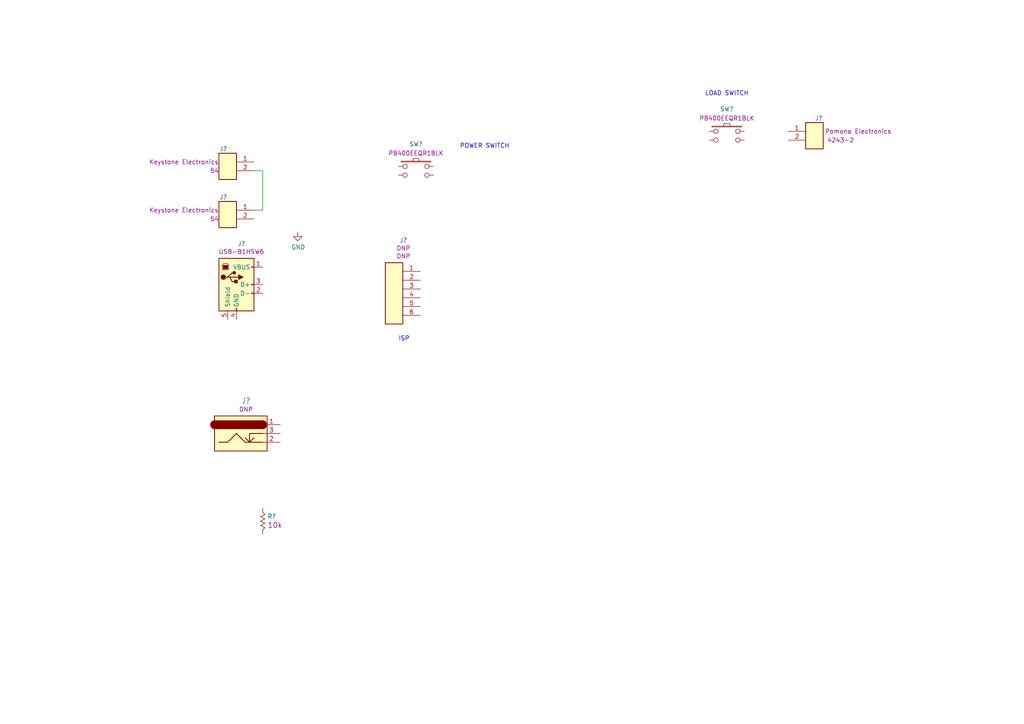
<source format=kicad_sch>
(kicad_sch (version 20211123) (generator eeschema)
  (paper "A4")
  (lib_symbols
    (symbol "master-vampire_General:Conn_1x2"
      (property "Reference" "J" (at -2.54 7.62 0))
      (property "MPN" "DNP" (at 0 10.16 0))
      (property "Manufacturer" "DNP" (at 7.62 17.78 0))
      (symbol "Conn_1x2_0_1"
        (rectangle (start 2.54 5.08) (end -2.54 -2.54) (stroke (width 0.254)) (fill (type background)))
      )
      (symbol "Conn_1x2_1_1"
        (pin bidirectional line (at 7.62 2.54 180) (length 5.08) (name "~") (number "1"))
        (pin bidirectional line (at 7.62 0 180) (length 5.08) (name "~") (number "2"))
      )
    )
    (symbol "master-vampire_General:Conn_1x6"
      (property "Reference" "J" (at -2.54 12.7 0))
      (property "Manufacturer" "DNP" (at 0 15.24 0))
      (property "MPN" "DNP" (at 2.54 12.7 0))
      (symbol "Conn_1x6_0_1"
        (rectangle (start 2.54 10.16) (end -2.54 -7.62) (stroke (width 0.254)) (fill (type background)))
      )
      (symbol "Conn_1x6_1_1"
        (pin input line (at 7.62 7.62 180) (length 5.08) (name "~") (number "1"))
        (pin input line (at 7.62 5.08 180) (length 5.08) (name "~") (number "2"))
        (pin input line (at 7.62 2.54 180) (length 5.08) (name "~") (number "3"))
        (pin input line (at 7.62 0 180) (length 5.08) (name "~") (number "4"))
        (pin input line (at 7.62 -2.54 180) (length 5.08) (name "~") (number "5"))
        (pin input line (at 7.62 -5.08 180) (length 5.08) (name "~") (number "6"))
      )
    )
    (symbol "master-vampire_General:Conn_BarrelJack_Switch"
      (property "Reference" "J" (at -6.35 6.35 0))
      (property "MPN" "DNP" (at -3.81 8.89 0))
      (symbol "Conn_BarrelJack_Switch_0_1"
        (polyline (pts (xy -5.08 2.54) (xy -7.62 2.54)) (stroke (width 2.54)))
        (polyline (pts (xy 1.27 -1.27) (xy 2.54 -2.54)) (stroke (width 0.254)))
        (polyline (pts (xy 2.54 -2.54) (xy 3.81 -1.27)) (stroke (width 0.254)))
        (polyline (pts (xy 6.35 2.54) (xy -5.08 2.54)) (stroke (width 2.54)))
        (polyline (pts (xy 6.35 0) (xy 2.54 0) (xy 2.54 -2.54)) (stroke (width 0.254)))
        (polyline (pts (xy 6.35 -2.54) (xy 1.27 -2.54) (xy -1.27 0) (xy -3.81 -2.54) (xy -6.35 -2.54)) (stroke (width 0.254)))
        (rectangle (start 7.62 5.08) (end -7.62 -5.08) (stroke (width 0.254)) (fill (type background)))
      )
      (symbol "Conn_BarrelJack_Switch_1_1"
        (pin input line (at 11.43 2.54 180) (length 5.08) (name "~") (number "1"))
        (pin input line (at 11.43 -2.54 180) (length 5.08) (name "~") (number "2"))
        (pin input line (at 11.43 0 180) (length 5.08) (name "~") (number "3"))
      )
    )
    (symbol "master-vampire_General:Conn_USB-B" (pin_names (offset 1.016))
      (property "Reference" "J" (at -5.08 11.43 0))
      (property "MPN" "DNP" (at -2.54 8.89 0))
      (symbol "Conn_USB-B_0_1"
        (rectangle (start -5.08 -7.62) (end 5.08 7.62) (stroke (width 0.254)) (fill (type background)))
        (circle (center -3.81 2.159) (radius 0.635) (stroke (width 0.254)) (fill (type outline)))
        (rectangle (start -3.81 5.588) (end -2.54 4.572) (fill (type outline)))
        (circle (center -0.635 3.429) (radius 0.381) (stroke (width 0.254)) (fill (type outline)))
        (rectangle (start -0.127 -7.62) (end 0.127 -6.858))
        (polyline (pts (xy -1.905 2.159) (xy 0.635 2.159)) (stroke (width 0.254)))
        (polyline (pts (xy -3.175 2.159) (xy -2.54 2.159) (xy -1.27 3.429) (xy -0.635 3.429)) (stroke (width 0.254)))
        (polyline (pts (xy -2.54 2.159) (xy -1.905 2.159) (xy -1.27 0.889) (xy 0 0.889)) (stroke (width 0.254)))
        (polyline (pts (xy 0.635 2.794) (xy 0.635 1.524) (xy 1.905 2.159) (xy 0.635 2.794)) (stroke (width 0.254)) (fill (type outline)))
        (polyline (pts (xy -4.064 4.318) (xy -2.286 4.318) (xy -2.286 5.715) (xy -2.667 6.096) (xy -3.683 6.096) (xy -4.064 5.715) (xy -4.064 4.318)))
        (rectangle (start 0.254 1.27) (end -0.508 0.508) (stroke (width 0.254)) (fill (type outline)))
        (rectangle (start 5.08 -2.667) (end 4.318 -2.413))
        (rectangle (start 5.08 -0.127) (end 4.318 0.127))
        (rectangle (start 5.08 4.953) (end 4.318 5.207))
      )
      (symbol "Conn_USB-B_1_1"
        (pin power_out line (at 7.62 5.08 180) (length 2.54) (name "VBUS") (number "1"))
        (pin passive line (at 7.62 -2.54 180) (length 2.54) (name "D-") (number "2"))
        (pin passive line (at 7.62 0 180) (length 2.54) (name "D+") (number "3"))
        (pin power_out line (at 0 -10.16 90) (length 2.54) (name "GND") (number "4"))
        (pin passive line (at -2.54 -10.16 90) (length 2.54) (name "Shield") (number "5"))
      )
    )
    (symbol "master-vampire_General:R" (pin_numbers hide) (pin_names (offset 0))
      (property "Reference" "R" (at 0 2.54 0))
      (property "Resistance" "10k" (at 0 -2.54 0))
      (symbol "R_0_1"
        (polyline (pts (xy -2.54 0) (xy -1.905 0.635) (xy -1.27 -0.635) (xy -0.635 0.635) (xy 0 -0.635) (xy 0.635 0.635) (xy 1.27 -0.635) (xy 1.905 0.635) (xy 2.54 0)))
      )
      (symbol "R_1_1"
        (pin passive line (at 3.81 0 180) (length 1.27) (name "~") (number "1"))
        (pin passive line (at -3.81 0 0) (length 1.27) (name "~") (number "2"))
      )
    )
    (symbol "master-vampire_General:SW_4-Pin_1234" (pin_numbers hide) (pin_names hide)
      (property "Reference" "SW" (at 3.81 2.794 0))
      (symbol "SW_4-Pin_1234_0_1"
        (rectangle (start -4.318 1.27) (end 4.318 1.524))
        (polyline (pts (xy -1.016 1.524) (xy -0.762 2.286) (xy 0.762 2.286) (xy 1.016 1.524)))
        (pin bidirectional inverted (at -5.08 0 0) (length 2.54) (name "in") (number "1"))
        (pin bidirectional inverted (at 5.08 0 180) (length 2.54) (name "out") (number "2"))
        (pin bidirectional inverted (at -5.08 -2.54 0) (length 2.54) (name "in") (number "3"))
        (pin bidirectional inverted (at 5.08 -2.54 180) (length 2.54) (name "out") (number "4"))
      )
    )
    (symbol "power:GND" (power) (pin_names (offset 0))
      (property "Value" "GND" (at 0 -3.81 0))
      (symbol "GND_0_1"
        (polyline (pts (xy 0 0) (xy 0 -1.27) (xy 1.27 -1.27) (xy 0 -2.54) (xy -1.27 -1.27) (xy 0 -1.27)))
      )
      (symbol "GND_1_1"
        (pin power_in line (at 0 0 270) (length 0) hide (name "GND") (number "1"))
      )
    )
  )
  (wire (pts (xy 76.2 60.96) (xy 73.66 60.96)))
  (wire (pts (xy 76.2 49.53) (xy 76.2 60.96)))
  (wire (pts (xy 73.66 49.53) (xy 76.2 49.53)))
  (text "LOAD SWITCH" (at 204.47 27.94 0) (effects (font (size 1.27 1.27)) (justify left bottom)))
  (text "ISP" (at 115.57 99.06 0) (effects (font (size 1.27 1.27)) (justify left bottom)))
  (text "POWER SWITCH" (at 133.35 43.18 0) (effects (font (size 1.27 1.27)) (justify left bottom)))
  (symbol (lib_id "master-vampire_General:Conn_1x2") (at 66.04 49.53 0) (unit 1)
    (property "Reference" "J?" (at 64.77 43.18 0))
    (property "MPN" "54" (at 62.23 49.53 0))
    (property "Supplier PN" "36-54-ND" (effects hide))
    (property "Supplier" "DigiKey" (effects hide))
    (property "Manufacturer" "Keystone Electronics" (at 53.34 46.99 0))
    (property "Package" "Through Hole" (effects hide))
  )
  (symbol (lib_id "master-vampire_General:Conn_1x2") (at 66.04 63.5 0) (unit 1)
    (property "Reference" "J?" (at 64.77 57.15 0))
    (property "MPN" "54" (at 62.23 63.5 0))
    (property "Supplier PN" "36-54-ND" (effects hide))
    (property "Supplier" "DigiKey" (effects hide))
    (property "Manufacturer" "Keystone Electronics" (at 53.34 60.96 0))
    (property "Package" "Through Hole" (effects hide))
  )
  (symbol (lib_id "master-vampire_General:Conn_USB-B") (at 68.58 82.55 0) (unit 1)
    (property "Reference" "J?" (at 70.0278 70.6882 0))
    (property "Datasheet" " ~" (effects hide))
    (property "MPN" "USB-B1HSW6" (at 70.0278 72.9996 0))
    (property "Manufacturer" "On Shore Technology Inc." (effects hide))
    (property "Supplier" "DigiKey" (effects hide))
    (property "Supplier PN" "ED2982-ND" (effects hide))
    (property "Package" "Through Hole, Right Angle" (effects hide))
  )
  (symbol (lib_id "power:GND") (at 86.36 67.31 0) (unit 1)
    (property "Reference" "#PWR?" (effects hide))
  )
  (symbol (lib_id "master-vampire_General:Conn_1x2") (at 236.22 40.64 0) (mirror y) (unit 1)
    (property "Reference" "J?" (at 237.49 34.29 0))
    (property "MPN" "4243-2" (at 243.84 40.64 0))
    (property "Supplier PN" "501-2315-ND" (effects hide))
    (property "Supplier" "DigiKey" (effects hide))
    (property "Manufacturer" "Pomona Electronics" (at 248.92 38.1 0))
    (property "Package" "Panel Mount" (effects hide))
  )
  (symbol (lib_id "master-vampire_General:Conn_1x6") (at 114.3 86.36 0) (unit 1)
    (property "Reference" "J?" (at 117.0178 69.6722 0))
    (property "Manufacturer" "DNP" (at 117.0178 71.9836 0))
    (property "MPN" "DNP" (at 117.0178 74.295 0))
    (property "Supplier" "DNP" (effects hide))
    (property "Supplier PN" "DNP" (effects hide))
    (property "Package" "DNP" (effects hide))
  )
  (symbol (lib_id "master-vampire_General:Conn_BarrelJack_Switch") (at 69.85 125.73 0) (unit 1)
    (property "Reference" "J?" (at 71.3486 116.2558 0) (effects (font (size 1.524 1.524))))
    (property "MPN" "DNP" (at 71.3486 118.745 0))
    (property "Manufacturer" "DNP" (effects hide))
    (property "Supplier" "DNP" (effects hide))
    (property "Supplier PN" "DNP" (effects hide))
    (property "Package" "DNP" (effects hide))
  )
  (symbol (lib_id "master-vampire_General:SW_4-Pin_1234") (at 120.65 48.26 0) (unit 1)
    (property "Reference" "SW?" (at 120.65 41.783 0))
    (property "Supplier" "DigiKey" (effects hide))
    (property "Supplier PN" "EG5547-ND" (effects hide))
    (property "MPN" "PB400EEQR1BLK" (at 120.65 44.45 0))
    (property "Manufacturer" "E-Switch" (effects hide))
    (property "Package" "Thru-hole, Right-angle" (effects hide))
  )
  (symbol (lib_id "master-vampire_General:SW_4-Pin_1234") (at 210.82 38.1 0) (unit 1)
    (property "Reference" "SW?" (at 210.82 31.623 0))
    (property "Supplier" "DigiKey" (effects hide))
    (property "Supplier PN" "EG5547-ND" (effects hide))
    (property "MPN" "PB400EEQR1BLK" (at 210.82 34.29 0))
    (property "Manufacturer" "E-Switch" (effects hide))
    (property "Package" "Thru-hole, Right-angle" (effects hide))
  )
  (symbol (lib_id "master-vampire_General:R") (at 76.2 151.13 270) (unit 1)
    (property "Reference" "R?" (at 77.5462 149.7838 90) (effects (justify left)))
    (property "Resistance" "10k" (at 77.5462 152.2984 90) (effects (font (size 1.524 1.524)) (justify left)))
    (property "Power" "1/10W" (effects hide))
    (property "Package" "0603" (effects hide))
    (property "Tolerance" "5%" (effects hide))
    (property "MPN" "DNP" (effects hide))
    (property "Manufacturer" "DNP" (effects hide))
    (property "Supplier" "DNP" (effects hide))
    (property "Supplier PN" "DNP" (effects hide))
  )
)
</source>
